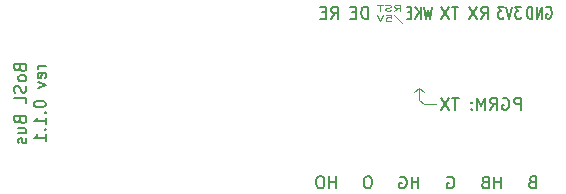
<source format=gbr>
G04 #@! TF.GenerationSoftware,KiCad,Pcbnew,(5.1.5)-3*
G04 #@! TF.CreationDate,2020-08-06T15:18:22+10:00*
G04 #@! TF.ProjectId,USART_BoSL_Bus,55534152-545f-4426-9f53-4c5f4275732e,rev 0.1.1*
G04 #@! TF.SameCoordinates,Original*
G04 #@! TF.FileFunction,Legend,Bot*
G04 #@! TF.FilePolarity,Positive*
%FSLAX46Y46*%
G04 Gerber Fmt 4.6, Leading zero omitted, Abs format (unit mm)*
G04 Created by KiCad (PCBNEW (5.1.5)-3) date 2020-08-06 15:18:22*
%MOMM*%
%LPD*%
G04 APERTURE LIST*
%ADD10C,0.150000*%
%ADD11C,0.120000*%
%ADD12C,0.125000*%
G04 APERTURE END LIST*
D10*
X149449523Y-121952380D02*
X149449523Y-120952380D01*
X149068571Y-120952380D01*
X148973333Y-121000000D01*
X148925714Y-121047619D01*
X148878095Y-121142857D01*
X148878095Y-121285714D01*
X148925714Y-121380952D01*
X148973333Y-121428571D01*
X149068571Y-121476190D01*
X149449523Y-121476190D01*
X147925714Y-121000000D02*
X148020952Y-120952380D01*
X148163809Y-120952380D01*
X148306666Y-121000000D01*
X148401904Y-121095238D01*
X148449523Y-121190476D01*
X148497142Y-121380952D01*
X148497142Y-121523809D01*
X148449523Y-121714285D01*
X148401904Y-121809523D01*
X148306666Y-121904761D01*
X148163809Y-121952380D01*
X148068571Y-121952380D01*
X147925714Y-121904761D01*
X147878095Y-121857142D01*
X147878095Y-121523809D01*
X148068571Y-121523809D01*
X146878095Y-121952380D02*
X147211428Y-121476190D01*
X147449523Y-121952380D02*
X147449523Y-120952380D01*
X147068571Y-120952380D01*
X146973333Y-121000000D01*
X146925714Y-121047619D01*
X146878095Y-121142857D01*
X146878095Y-121285714D01*
X146925714Y-121380952D01*
X146973333Y-121428571D01*
X147068571Y-121476190D01*
X147449523Y-121476190D01*
X146449523Y-121952380D02*
X146449523Y-120952380D01*
X146116190Y-121666666D01*
X145782857Y-120952380D01*
X145782857Y-121952380D01*
X145306666Y-121857142D02*
X145259047Y-121904761D01*
X145306666Y-121952380D01*
X145354285Y-121904761D01*
X145306666Y-121857142D01*
X145306666Y-121952380D01*
X145306666Y-121333333D02*
X145259047Y-121380952D01*
X145306666Y-121428571D01*
X145354285Y-121380952D01*
X145306666Y-121333333D01*
X145306666Y-121428571D01*
X144211428Y-120952380D02*
X143640000Y-120952380D01*
X143925714Y-121952380D02*
X143925714Y-120952380D01*
X143401904Y-120952380D02*
X142735238Y-121952380D01*
X142735238Y-120952380D02*
X143401904Y-121952380D01*
D11*
X140840000Y-120100000D02*
X141240000Y-120500000D01*
X140840000Y-120100000D02*
X140440000Y-120500000D01*
X141240000Y-121500000D02*
X142240000Y-121500000D01*
X140840000Y-121100000D02*
X141240000Y-121500000D01*
X140840000Y-120100000D02*
X140840000Y-121100000D01*
D10*
X133380857Y-114244380D02*
X133714190Y-113768190D01*
X133952285Y-114244380D02*
X133952285Y-113244380D01*
X133571333Y-113244380D01*
X133476095Y-113292000D01*
X133428476Y-113339619D01*
X133380857Y-113434857D01*
X133380857Y-113577714D01*
X133428476Y-113672952D01*
X133476095Y-113720571D01*
X133571333Y-113768190D01*
X133952285Y-113768190D01*
X132952285Y-113720571D02*
X132618952Y-113720571D01*
X132476095Y-114244380D02*
X132952285Y-114244380D01*
X132952285Y-113244380D01*
X132476095Y-113244380D01*
X141962761Y-113244380D02*
X141772285Y-114244380D01*
X141619904Y-113530095D01*
X141467523Y-114244380D01*
X141277047Y-113244380D01*
X140972285Y-114244380D02*
X140972285Y-113244380D01*
X140515142Y-114244380D02*
X140858000Y-113672952D01*
X140515142Y-113244380D02*
X140972285Y-113815809D01*
X140172285Y-113720571D02*
X139905619Y-113720571D01*
X139791333Y-114244380D02*
X140172285Y-114244380D01*
X140172285Y-113244380D01*
X139791333Y-113244380D01*
D12*
X138756095Y-113580690D02*
X139022761Y-113342595D01*
X139213238Y-113580690D02*
X139213238Y-113080690D01*
X138908476Y-113080690D01*
X138832285Y-113104500D01*
X138794190Y-113128309D01*
X138756095Y-113175928D01*
X138756095Y-113247357D01*
X138794190Y-113294976D01*
X138832285Y-113318785D01*
X138908476Y-113342595D01*
X139213238Y-113342595D01*
X138451333Y-113556880D02*
X138337047Y-113580690D01*
X138146571Y-113580690D01*
X138070380Y-113556880D01*
X138032285Y-113533071D01*
X137994190Y-113485452D01*
X137994190Y-113437833D01*
X138032285Y-113390214D01*
X138070380Y-113366404D01*
X138146571Y-113342595D01*
X138298952Y-113318785D01*
X138375142Y-113294976D01*
X138413238Y-113271166D01*
X138451333Y-113223547D01*
X138451333Y-113175928D01*
X138413238Y-113128309D01*
X138375142Y-113104500D01*
X138298952Y-113080690D01*
X138108476Y-113080690D01*
X137994190Y-113104500D01*
X137765619Y-113080690D02*
X137308476Y-113080690D01*
X137537047Y-113580690D02*
X137537047Y-113080690D01*
X138698952Y-113931880D02*
X139384666Y-114574738D01*
X138051333Y-113955690D02*
X138432285Y-113955690D01*
X138470380Y-114193785D01*
X138432285Y-114169976D01*
X138356095Y-114146166D01*
X138165619Y-114146166D01*
X138089428Y-114169976D01*
X138051333Y-114193785D01*
X138013238Y-114241404D01*
X138013238Y-114360452D01*
X138051333Y-114408071D01*
X138089428Y-114431880D01*
X138165619Y-114455690D01*
X138356095Y-114455690D01*
X138432285Y-114431880D01*
X138470380Y-114408071D01*
X137784666Y-113955690D02*
X137518000Y-114455690D01*
X137251333Y-113955690D01*
D10*
X136492285Y-114244380D02*
X136492285Y-113244380D01*
X136254190Y-113244380D01*
X136111333Y-113292000D01*
X136016095Y-113387238D01*
X135968476Y-113482476D01*
X135920857Y-113672952D01*
X135920857Y-113815809D01*
X135968476Y-114006285D01*
X136016095Y-114101523D01*
X136111333Y-114196761D01*
X136254190Y-114244380D01*
X136492285Y-114244380D01*
X135492285Y-113720571D02*
X135158952Y-113720571D01*
X135016095Y-114244380D02*
X135492285Y-114244380D01*
X135492285Y-113244380D01*
X135016095Y-113244380D01*
X144159904Y-113244380D02*
X143588476Y-113244380D01*
X143874190Y-114244380D02*
X143874190Y-113244380D01*
X143350380Y-113244380D02*
X142683714Y-114244380D01*
X142683714Y-113244380D02*
X143350380Y-114244380D01*
X146104666Y-114244380D02*
X146438000Y-113768190D01*
X146676095Y-114244380D02*
X146676095Y-113244380D01*
X146295142Y-113244380D01*
X146199904Y-113292000D01*
X146152285Y-113339619D01*
X146104666Y-113434857D01*
X146104666Y-113577714D01*
X146152285Y-113672952D01*
X146199904Y-113720571D01*
X146295142Y-113768190D01*
X146676095Y-113768190D01*
X145771333Y-113244380D02*
X145104666Y-114244380D01*
X145104666Y-113244380D02*
X145771333Y-114244380D01*
X149468476Y-113244380D02*
X148973238Y-113244380D01*
X149239904Y-113625333D01*
X149125619Y-113625333D01*
X149049428Y-113672952D01*
X149011333Y-113720571D01*
X148973238Y-113815809D01*
X148973238Y-114053904D01*
X149011333Y-114149142D01*
X149049428Y-114196761D01*
X149125619Y-114244380D01*
X149354190Y-114244380D01*
X149430380Y-114196761D01*
X149468476Y-114149142D01*
X148744666Y-113244380D02*
X148478000Y-114244380D01*
X148211333Y-113244380D01*
X148020857Y-113244380D02*
X147525619Y-113244380D01*
X147792285Y-113625333D01*
X147678000Y-113625333D01*
X147601809Y-113672952D01*
X147563714Y-113720571D01*
X147525619Y-113815809D01*
X147525619Y-114053904D01*
X147563714Y-114149142D01*
X147601809Y-114196761D01*
X147678000Y-114244380D01*
X147906571Y-114244380D01*
X147982761Y-114196761D01*
X148020857Y-114149142D01*
X151627523Y-113292000D02*
X151703714Y-113244380D01*
X151818000Y-113244380D01*
X151932285Y-113292000D01*
X152008476Y-113387238D01*
X152046571Y-113482476D01*
X152084666Y-113672952D01*
X152084666Y-113815809D01*
X152046571Y-114006285D01*
X152008476Y-114101523D01*
X151932285Y-114196761D01*
X151818000Y-114244380D01*
X151741809Y-114244380D01*
X151627523Y-114196761D01*
X151589428Y-114149142D01*
X151589428Y-113815809D01*
X151741809Y-113815809D01*
X151246571Y-114244380D02*
X151246571Y-113244380D01*
X150789428Y-114244380D01*
X150789428Y-113244380D01*
X150408476Y-114244380D02*
X150408476Y-113244380D01*
X150218000Y-113244380D01*
X150103714Y-113292000D01*
X150027523Y-113387238D01*
X149989428Y-113482476D01*
X149951333Y-113672952D01*
X149951333Y-113815809D01*
X149989428Y-114006285D01*
X150027523Y-114101523D01*
X150103714Y-114196761D01*
X150218000Y-114244380D01*
X150408476Y-114244380D01*
X147785714Y-128626380D02*
X147785714Y-127626380D01*
X147785714Y-128102571D02*
X147214285Y-128102571D01*
X147214285Y-128626380D02*
X147214285Y-127626380D01*
X146404761Y-128102571D02*
X146261904Y-128150190D01*
X146214285Y-128197809D01*
X146166666Y-128293047D01*
X146166666Y-128435904D01*
X146214285Y-128531142D01*
X146261904Y-128578761D01*
X146357142Y-128626380D01*
X146738095Y-128626380D01*
X146738095Y-127626380D01*
X146404761Y-127626380D01*
X146309523Y-127674000D01*
X146261904Y-127721619D01*
X146214285Y-127816857D01*
X146214285Y-127912095D01*
X146261904Y-128007333D01*
X146309523Y-128054952D01*
X146404761Y-128102571D01*
X146738095Y-128102571D01*
X133809523Y-128594380D02*
X133809523Y-127594380D01*
X133809523Y-128070571D02*
X133238095Y-128070571D01*
X133238095Y-128594380D02*
X133238095Y-127594380D01*
X132571428Y-127594380D02*
X132380952Y-127594380D01*
X132285714Y-127642000D01*
X132190476Y-127737238D01*
X132142857Y-127927714D01*
X132142857Y-128261047D01*
X132190476Y-128451523D01*
X132285714Y-128546761D01*
X132380952Y-128594380D01*
X132571428Y-128594380D01*
X132666666Y-128546761D01*
X132761904Y-128451523D01*
X132809523Y-128261047D01*
X132809523Y-127927714D01*
X132761904Y-127737238D01*
X132666666Y-127642000D01*
X132571428Y-127594380D01*
X136595238Y-127594380D02*
X136404761Y-127594380D01*
X136309523Y-127642000D01*
X136214285Y-127737238D01*
X136166666Y-127927714D01*
X136166666Y-128261047D01*
X136214285Y-128451523D01*
X136309523Y-128546761D01*
X136404761Y-128594380D01*
X136595238Y-128594380D01*
X136690476Y-128546761D01*
X136785714Y-128451523D01*
X136833333Y-128261047D01*
X136833333Y-127927714D01*
X136785714Y-127737238D01*
X136690476Y-127642000D01*
X136595238Y-127594380D01*
X140785714Y-128626380D02*
X140785714Y-127626380D01*
X140785714Y-128102571D02*
X140214285Y-128102571D01*
X140214285Y-128626380D02*
X140214285Y-127626380D01*
X139214285Y-127674000D02*
X139309523Y-127626380D01*
X139452380Y-127626380D01*
X139595238Y-127674000D01*
X139690476Y-127769238D01*
X139738095Y-127864476D01*
X139785714Y-128054952D01*
X139785714Y-128197809D01*
X139738095Y-128388285D01*
X139690476Y-128483523D01*
X139595238Y-128578761D01*
X139452380Y-128626380D01*
X139357142Y-128626380D01*
X139214285Y-128578761D01*
X139166666Y-128531142D01*
X139166666Y-128197809D01*
X139357142Y-128197809D01*
X143238095Y-127674000D02*
X143333333Y-127626380D01*
X143476190Y-127626380D01*
X143619047Y-127674000D01*
X143714285Y-127769238D01*
X143761904Y-127864476D01*
X143809523Y-128054952D01*
X143809523Y-128197809D01*
X143761904Y-128388285D01*
X143714285Y-128483523D01*
X143619047Y-128578761D01*
X143476190Y-128626380D01*
X143380952Y-128626380D01*
X143238095Y-128578761D01*
X143190476Y-128531142D01*
X143190476Y-128197809D01*
X143380952Y-128197809D01*
X150428571Y-128070571D02*
X150285714Y-128118190D01*
X150238095Y-128165809D01*
X150190476Y-128261047D01*
X150190476Y-128403904D01*
X150238095Y-128499142D01*
X150285714Y-128546761D01*
X150380952Y-128594380D01*
X150761904Y-128594380D01*
X150761904Y-127594380D01*
X150428571Y-127594380D01*
X150333333Y-127642000D01*
X150285714Y-127689619D01*
X150238095Y-127784857D01*
X150238095Y-127880095D01*
X150285714Y-127975333D01*
X150333333Y-128022952D01*
X150428571Y-128070571D01*
X150761904Y-128070571D01*
X107053571Y-118412000D02*
X107101190Y-118554857D01*
X107148809Y-118602476D01*
X107244047Y-118650095D01*
X107386904Y-118650095D01*
X107482142Y-118602476D01*
X107529761Y-118554857D01*
X107577380Y-118459619D01*
X107577380Y-118078666D01*
X106577380Y-118078666D01*
X106577380Y-118412000D01*
X106625000Y-118507238D01*
X106672619Y-118554857D01*
X106767857Y-118602476D01*
X106863095Y-118602476D01*
X106958333Y-118554857D01*
X107005952Y-118507238D01*
X107053571Y-118412000D01*
X107053571Y-118078666D01*
X107577380Y-119221523D02*
X107529761Y-119126285D01*
X107482142Y-119078666D01*
X107386904Y-119031047D01*
X107101190Y-119031047D01*
X107005952Y-119078666D01*
X106958333Y-119126285D01*
X106910714Y-119221523D01*
X106910714Y-119364380D01*
X106958333Y-119459619D01*
X107005952Y-119507238D01*
X107101190Y-119554857D01*
X107386904Y-119554857D01*
X107482142Y-119507238D01*
X107529761Y-119459619D01*
X107577380Y-119364380D01*
X107577380Y-119221523D01*
X107529761Y-119935809D02*
X107577380Y-120078666D01*
X107577380Y-120316761D01*
X107529761Y-120412000D01*
X107482142Y-120459619D01*
X107386904Y-120507238D01*
X107291666Y-120507238D01*
X107196428Y-120459619D01*
X107148809Y-120412000D01*
X107101190Y-120316761D01*
X107053571Y-120126285D01*
X107005952Y-120031047D01*
X106958333Y-119983428D01*
X106863095Y-119935809D01*
X106767857Y-119935809D01*
X106672619Y-119983428D01*
X106625000Y-120031047D01*
X106577380Y-120126285D01*
X106577380Y-120364380D01*
X106625000Y-120507238D01*
X107577380Y-121412000D02*
X107577380Y-120935809D01*
X106577380Y-120935809D01*
X107053571Y-122840571D02*
X107101190Y-122983428D01*
X107148809Y-123031047D01*
X107244047Y-123078666D01*
X107386904Y-123078666D01*
X107482142Y-123031047D01*
X107529761Y-122983428D01*
X107577380Y-122888190D01*
X107577380Y-122507238D01*
X106577380Y-122507238D01*
X106577380Y-122840571D01*
X106625000Y-122935809D01*
X106672619Y-122983428D01*
X106767857Y-123031047D01*
X106863095Y-123031047D01*
X106958333Y-122983428D01*
X107005952Y-122935809D01*
X107053571Y-122840571D01*
X107053571Y-122507238D01*
X106910714Y-123935809D02*
X107577380Y-123935809D01*
X106910714Y-123507238D02*
X107434523Y-123507238D01*
X107529761Y-123554857D01*
X107577380Y-123650095D01*
X107577380Y-123792952D01*
X107529761Y-123888190D01*
X107482142Y-123935809D01*
X107529761Y-124364380D02*
X107577380Y-124459619D01*
X107577380Y-124650095D01*
X107529761Y-124745333D01*
X107434523Y-124792952D01*
X107386904Y-124792952D01*
X107291666Y-124745333D01*
X107244047Y-124650095D01*
X107244047Y-124507238D01*
X107196428Y-124412000D01*
X107101190Y-124364380D01*
X107053571Y-124364380D01*
X106958333Y-124412000D01*
X106910714Y-124507238D01*
X106910714Y-124650095D01*
X106958333Y-124745333D01*
X109227380Y-118245333D02*
X108560714Y-118245333D01*
X108751190Y-118245333D02*
X108655952Y-118292952D01*
X108608333Y-118340571D01*
X108560714Y-118435809D01*
X108560714Y-118531047D01*
X109179761Y-119245333D02*
X109227380Y-119150095D01*
X109227380Y-118959619D01*
X109179761Y-118864380D01*
X109084523Y-118816761D01*
X108703571Y-118816761D01*
X108608333Y-118864380D01*
X108560714Y-118959619D01*
X108560714Y-119150095D01*
X108608333Y-119245333D01*
X108703571Y-119292952D01*
X108798809Y-119292952D01*
X108894047Y-118816761D01*
X108560714Y-119626285D02*
X109227380Y-119864380D01*
X108560714Y-120102476D01*
X108227380Y-121435809D02*
X108227380Y-121531047D01*
X108275000Y-121626285D01*
X108322619Y-121673904D01*
X108417857Y-121721523D01*
X108608333Y-121769142D01*
X108846428Y-121769142D01*
X109036904Y-121721523D01*
X109132142Y-121673904D01*
X109179761Y-121626285D01*
X109227380Y-121531047D01*
X109227380Y-121435809D01*
X109179761Y-121340571D01*
X109132142Y-121292952D01*
X109036904Y-121245333D01*
X108846428Y-121197714D01*
X108608333Y-121197714D01*
X108417857Y-121245333D01*
X108322619Y-121292952D01*
X108275000Y-121340571D01*
X108227380Y-121435809D01*
X109132142Y-122197714D02*
X109179761Y-122245333D01*
X109227380Y-122197714D01*
X109179761Y-122150095D01*
X109132142Y-122197714D01*
X109227380Y-122197714D01*
X109227380Y-123197714D02*
X109227380Y-122626285D01*
X109227380Y-122912000D02*
X108227380Y-122912000D01*
X108370238Y-122816761D01*
X108465476Y-122721523D01*
X108513095Y-122626285D01*
X109132142Y-123626285D02*
X109179761Y-123673904D01*
X109227380Y-123626285D01*
X109179761Y-123578666D01*
X109132142Y-123626285D01*
X109227380Y-123626285D01*
X109227380Y-124626285D02*
X109227380Y-124054857D01*
X109227380Y-124340571D02*
X108227380Y-124340571D01*
X108370238Y-124245333D01*
X108465476Y-124150095D01*
X108513095Y-124054857D01*
M02*

</source>
